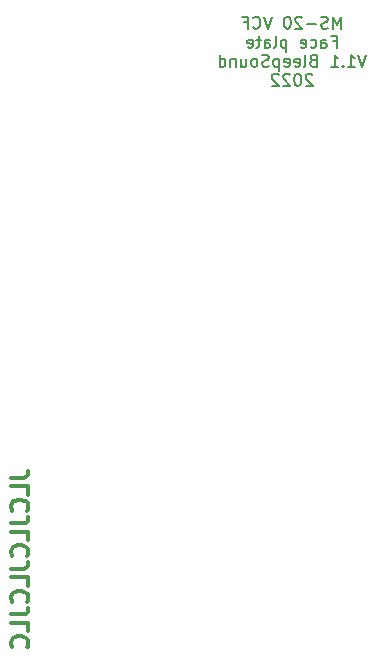
<source format=gbo>
G04 #@! TF.GenerationSoftware,KiCad,Pcbnew,6.0.9+dfsg-1~bpo11+1*
G04 #@! TF.CreationDate,2022-12-28T23:15:14+00:00*
G04 #@! TF.ProjectId,MS20-VCF,4d533230-2d56-4434-962e-6b696361645f,rev?*
G04 #@! TF.SameCoordinates,Original*
G04 #@! TF.FileFunction,Legend,Bot*
G04 #@! TF.FilePolarity,Positive*
%FSLAX46Y46*%
G04 Gerber Fmt 4.6, Leading zero omitted, Abs format (unit mm)*
G04 Created by KiCad (PCBNEW 6.0.9+dfsg-1~bpo11+1) date 2022-12-28 23:15:14*
%MOMM*%
%LPD*%
G01*
G04 APERTURE LIST*
%ADD10C,0.300000*%
%ADD11C,0.150000*%
%ADD12O,6.700000X4.200000*%
G04 APERTURE END LIST*
D10*
X104178571Y-67071428D02*
X105250000Y-67071428D01*
X105464285Y-67000000D01*
X105607142Y-66857142D01*
X105678571Y-66642857D01*
X105678571Y-66500000D01*
X105678571Y-68500000D02*
X105678571Y-67785714D01*
X104178571Y-67785714D01*
X105535714Y-69857142D02*
X105607142Y-69785714D01*
X105678571Y-69571428D01*
X105678571Y-69428571D01*
X105607142Y-69214285D01*
X105464285Y-69071428D01*
X105321428Y-69000000D01*
X105035714Y-68928571D01*
X104821428Y-68928571D01*
X104535714Y-69000000D01*
X104392857Y-69071428D01*
X104250000Y-69214285D01*
X104178571Y-69428571D01*
X104178571Y-69571428D01*
X104250000Y-69785714D01*
X104321428Y-69857142D01*
X104178571Y-70928571D02*
X105250000Y-70928571D01*
X105464285Y-70857142D01*
X105607142Y-70714285D01*
X105678571Y-70500000D01*
X105678571Y-70357142D01*
X105678571Y-72357142D02*
X105678571Y-71642857D01*
X104178571Y-71642857D01*
X105535714Y-73714285D02*
X105607142Y-73642857D01*
X105678571Y-73428571D01*
X105678571Y-73285714D01*
X105607142Y-73071428D01*
X105464285Y-72928571D01*
X105321428Y-72857142D01*
X105035714Y-72785714D01*
X104821428Y-72785714D01*
X104535714Y-72857142D01*
X104392857Y-72928571D01*
X104250000Y-73071428D01*
X104178571Y-73285714D01*
X104178571Y-73428571D01*
X104250000Y-73642857D01*
X104321428Y-73714285D01*
X104178571Y-74785714D02*
X105250000Y-74785714D01*
X105464285Y-74714285D01*
X105607142Y-74571428D01*
X105678571Y-74357142D01*
X105678571Y-74214285D01*
X105678571Y-76214285D02*
X105678571Y-75500000D01*
X104178571Y-75500000D01*
X105535714Y-77571428D02*
X105607142Y-77500000D01*
X105678571Y-77285714D01*
X105678571Y-77142857D01*
X105607142Y-76928571D01*
X105464285Y-76785714D01*
X105321428Y-76714285D01*
X105035714Y-76642857D01*
X104821428Y-76642857D01*
X104535714Y-76714285D01*
X104392857Y-76785714D01*
X104250000Y-76928571D01*
X104178571Y-77142857D01*
X104178571Y-77285714D01*
X104250000Y-77500000D01*
X104321428Y-77571428D01*
X104178571Y-78642857D02*
X105250000Y-78642857D01*
X105464285Y-78571428D01*
X105607142Y-78428571D01*
X105678571Y-78214285D01*
X105678571Y-78071428D01*
X105678571Y-80071428D02*
X105678571Y-79357142D01*
X104178571Y-79357142D01*
X105535714Y-81428571D02*
X105607142Y-81357142D01*
X105678571Y-81142857D01*
X105678571Y-81000000D01*
X105607142Y-80785714D01*
X105464285Y-80642857D01*
X105321428Y-80571428D01*
X105035714Y-80500000D01*
X104821428Y-80500000D01*
X104535714Y-80571428D01*
X104392857Y-80642857D01*
X104250000Y-80785714D01*
X104178571Y-81000000D01*
X104178571Y-81142857D01*
X104250000Y-81357142D01*
X104321428Y-81428571D01*
D11*
X132119047Y-29037380D02*
X132119047Y-28037380D01*
X131785714Y-28751666D01*
X131452380Y-28037380D01*
X131452380Y-29037380D01*
X131023809Y-28989761D02*
X130880952Y-29037380D01*
X130642857Y-29037380D01*
X130547619Y-28989761D01*
X130500000Y-28942142D01*
X130452380Y-28846904D01*
X130452380Y-28751666D01*
X130500000Y-28656428D01*
X130547619Y-28608809D01*
X130642857Y-28561190D01*
X130833333Y-28513571D01*
X130928571Y-28465952D01*
X130976190Y-28418333D01*
X131023809Y-28323095D01*
X131023809Y-28227857D01*
X130976190Y-28132619D01*
X130928571Y-28085000D01*
X130833333Y-28037380D01*
X130595238Y-28037380D01*
X130452380Y-28085000D01*
X130023809Y-28656428D02*
X129261904Y-28656428D01*
X128833333Y-28132619D02*
X128785714Y-28085000D01*
X128690476Y-28037380D01*
X128452380Y-28037380D01*
X128357142Y-28085000D01*
X128309523Y-28132619D01*
X128261904Y-28227857D01*
X128261904Y-28323095D01*
X128309523Y-28465952D01*
X128880952Y-29037380D01*
X128261904Y-29037380D01*
X127642857Y-28037380D02*
X127547619Y-28037380D01*
X127452380Y-28085000D01*
X127404761Y-28132619D01*
X127357142Y-28227857D01*
X127309523Y-28418333D01*
X127309523Y-28656428D01*
X127357142Y-28846904D01*
X127404761Y-28942142D01*
X127452380Y-28989761D01*
X127547619Y-29037380D01*
X127642857Y-29037380D01*
X127738095Y-28989761D01*
X127785714Y-28942142D01*
X127833333Y-28846904D01*
X127880952Y-28656428D01*
X127880952Y-28418333D01*
X127833333Y-28227857D01*
X127785714Y-28132619D01*
X127738095Y-28085000D01*
X127642857Y-28037380D01*
X126261904Y-28037380D02*
X125928571Y-29037380D01*
X125595238Y-28037380D01*
X124690476Y-28942142D02*
X124738095Y-28989761D01*
X124880952Y-29037380D01*
X124976190Y-29037380D01*
X125119047Y-28989761D01*
X125214285Y-28894523D01*
X125261904Y-28799285D01*
X125309523Y-28608809D01*
X125309523Y-28465952D01*
X125261904Y-28275476D01*
X125214285Y-28180238D01*
X125119047Y-28085000D01*
X124976190Y-28037380D01*
X124880952Y-28037380D01*
X124738095Y-28085000D01*
X124690476Y-28132619D01*
X123928571Y-28513571D02*
X124261904Y-28513571D01*
X124261904Y-29037380D02*
X124261904Y-28037380D01*
X123785714Y-28037380D01*
X131428571Y-30123571D02*
X131761904Y-30123571D01*
X131761904Y-30647380D02*
X131761904Y-29647380D01*
X131285714Y-29647380D01*
X130476190Y-30647380D02*
X130476190Y-30123571D01*
X130523809Y-30028333D01*
X130619047Y-29980714D01*
X130809523Y-29980714D01*
X130904761Y-30028333D01*
X130476190Y-30599761D02*
X130571428Y-30647380D01*
X130809523Y-30647380D01*
X130904761Y-30599761D01*
X130952380Y-30504523D01*
X130952380Y-30409285D01*
X130904761Y-30314047D01*
X130809523Y-30266428D01*
X130571428Y-30266428D01*
X130476190Y-30218809D01*
X129571428Y-30599761D02*
X129666666Y-30647380D01*
X129857142Y-30647380D01*
X129952380Y-30599761D01*
X130000000Y-30552142D01*
X130047619Y-30456904D01*
X130047619Y-30171190D01*
X130000000Y-30075952D01*
X129952380Y-30028333D01*
X129857142Y-29980714D01*
X129666666Y-29980714D01*
X129571428Y-30028333D01*
X128761904Y-30599761D02*
X128857142Y-30647380D01*
X129047619Y-30647380D01*
X129142857Y-30599761D01*
X129190476Y-30504523D01*
X129190476Y-30123571D01*
X129142857Y-30028333D01*
X129047619Y-29980714D01*
X128857142Y-29980714D01*
X128761904Y-30028333D01*
X128714285Y-30123571D01*
X128714285Y-30218809D01*
X129190476Y-30314047D01*
X127523809Y-29980714D02*
X127523809Y-30980714D01*
X127523809Y-30028333D02*
X127428571Y-29980714D01*
X127238095Y-29980714D01*
X127142857Y-30028333D01*
X127095238Y-30075952D01*
X127047619Y-30171190D01*
X127047619Y-30456904D01*
X127095238Y-30552142D01*
X127142857Y-30599761D01*
X127238095Y-30647380D01*
X127428571Y-30647380D01*
X127523809Y-30599761D01*
X126476190Y-30647380D02*
X126571428Y-30599761D01*
X126619047Y-30504523D01*
X126619047Y-29647380D01*
X125666666Y-30647380D02*
X125666666Y-30123571D01*
X125714285Y-30028333D01*
X125809523Y-29980714D01*
X126000000Y-29980714D01*
X126095238Y-30028333D01*
X125666666Y-30599761D02*
X125761904Y-30647380D01*
X126000000Y-30647380D01*
X126095238Y-30599761D01*
X126142857Y-30504523D01*
X126142857Y-30409285D01*
X126095238Y-30314047D01*
X126000000Y-30266428D01*
X125761904Y-30266428D01*
X125666666Y-30218809D01*
X125333333Y-29980714D02*
X124952380Y-29980714D01*
X125190476Y-29647380D02*
X125190476Y-30504523D01*
X125142857Y-30599761D01*
X125047619Y-30647380D01*
X124952380Y-30647380D01*
X124238095Y-30599761D02*
X124333333Y-30647380D01*
X124523809Y-30647380D01*
X124619047Y-30599761D01*
X124666666Y-30504523D01*
X124666666Y-30123571D01*
X124619047Y-30028333D01*
X124523809Y-29980714D01*
X124333333Y-29980714D01*
X124238095Y-30028333D01*
X124190476Y-30123571D01*
X124190476Y-30218809D01*
X124666666Y-30314047D01*
X134261904Y-31257380D02*
X133928571Y-32257380D01*
X133595238Y-31257380D01*
X132738095Y-32257380D02*
X133309523Y-32257380D01*
X133023809Y-32257380D02*
X133023809Y-31257380D01*
X133119047Y-31400238D01*
X133214285Y-31495476D01*
X133309523Y-31543095D01*
X132309523Y-32162142D02*
X132261904Y-32209761D01*
X132309523Y-32257380D01*
X132357142Y-32209761D01*
X132309523Y-32162142D01*
X132309523Y-32257380D01*
X131309523Y-32257380D02*
X131880952Y-32257380D01*
X131595238Y-32257380D02*
X131595238Y-31257380D01*
X131690476Y-31400238D01*
X131785714Y-31495476D01*
X131880952Y-31543095D01*
X129785714Y-31733571D02*
X129642857Y-31781190D01*
X129595238Y-31828809D01*
X129547619Y-31924047D01*
X129547619Y-32066904D01*
X129595238Y-32162142D01*
X129642857Y-32209761D01*
X129738095Y-32257380D01*
X130119047Y-32257380D01*
X130119047Y-31257380D01*
X129785714Y-31257380D01*
X129690476Y-31305000D01*
X129642857Y-31352619D01*
X129595238Y-31447857D01*
X129595238Y-31543095D01*
X129642857Y-31638333D01*
X129690476Y-31685952D01*
X129785714Y-31733571D01*
X130119047Y-31733571D01*
X128976190Y-32257380D02*
X129071428Y-32209761D01*
X129119047Y-32114523D01*
X129119047Y-31257380D01*
X128214285Y-32209761D02*
X128309523Y-32257380D01*
X128500000Y-32257380D01*
X128595238Y-32209761D01*
X128642857Y-32114523D01*
X128642857Y-31733571D01*
X128595238Y-31638333D01*
X128500000Y-31590714D01*
X128309523Y-31590714D01*
X128214285Y-31638333D01*
X128166666Y-31733571D01*
X128166666Y-31828809D01*
X128642857Y-31924047D01*
X127357142Y-32209761D02*
X127452380Y-32257380D01*
X127642857Y-32257380D01*
X127738095Y-32209761D01*
X127785714Y-32114523D01*
X127785714Y-31733571D01*
X127738095Y-31638333D01*
X127642857Y-31590714D01*
X127452380Y-31590714D01*
X127357142Y-31638333D01*
X127309523Y-31733571D01*
X127309523Y-31828809D01*
X127785714Y-31924047D01*
X126880952Y-31590714D02*
X126880952Y-32590714D01*
X126880952Y-31638333D02*
X126785714Y-31590714D01*
X126595238Y-31590714D01*
X126500000Y-31638333D01*
X126452380Y-31685952D01*
X126404761Y-31781190D01*
X126404761Y-32066904D01*
X126452380Y-32162142D01*
X126500000Y-32209761D01*
X126595238Y-32257380D01*
X126785714Y-32257380D01*
X126880952Y-32209761D01*
X126023809Y-32209761D02*
X125880952Y-32257380D01*
X125642857Y-32257380D01*
X125547619Y-32209761D01*
X125500000Y-32162142D01*
X125452380Y-32066904D01*
X125452380Y-31971666D01*
X125500000Y-31876428D01*
X125547619Y-31828809D01*
X125642857Y-31781190D01*
X125833333Y-31733571D01*
X125928571Y-31685952D01*
X125976190Y-31638333D01*
X126023809Y-31543095D01*
X126023809Y-31447857D01*
X125976190Y-31352619D01*
X125928571Y-31305000D01*
X125833333Y-31257380D01*
X125595238Y-31257380D01*
X125452380Y-31305000D01*
X124880952Y-32257380D02*
X124976190Y-32209761D01*
X125023809Y-32162142D01*
X125071428Y-32066904D01*
X125071428Y-31781190D01*
X125023809Y-31685952D01*
X124976190Y-31638333D01*
X124880952Y-31590714D01*
X124738095Y-31590714D01*
X124642857Y-31638333D01*
X124595238Y-31685952D01*
X124547619Y-31781190D01*
X124547619Y-32066904D01*
X124595238Y-32162142D01*
X124642857Y-32209761D01*
X124738095Y-32257380D01*
X124880952Y-32257380D01*
X123690476Y-31590714D02*
X123690476Y-32257380D01*
X124119047Y-31590714D02*
X124119047Y-32114523D01*
X124071428Y-32209761D01*
X123976190Y-32257380D01*
X123833333Y-32257380D01*
X123738095Y-32209761D01*
X123690476Y-32162142D01*
X123214285Y-31590714D02*
X123214285Y-32257380D01*
X123214285Y-31685952D02*
X123166666Y-31638333D01*
X123071428Y-31590714D01*
X122928571Y-31590714D01*
X122833333Y-31638333D01*
X122785714Y-31733571D01*
X122785714Y-32257380D01*
X121880952Y-32257380D02*
X121880952Y-31257380D01*
X121880952Y-32209761D02*
X121976190Y-32257380D01*
X122166666Y-32257380D01*
X122261904Y-32209761D01*
X122309523Y-32162142D01*
X122357142Y-32066904D01*
X122357142Y-31781190D01*
X122309523Y-31685952D01*
X122261904Y-31638333D01*
X122166666Y-31590714D01*
X121976190Y-31590714D01*
X121880952Y-31638333D01*
X129714285Y-32962619D02*
X129666666Y-32915000D01*
X129571428Y-32867380D01*
X129333333Y-32867380D01*
X129238095Y-32915000D01*
X129190476Y-32962619D01*
X129142857Y-33057857D01*
X129142857Y-33153095D01*
X129190476Y-33295952D01*
X129761904Y-33867380D01*
X129142857Y-33867380D01*
X128523809Y-32867380D02*
X128428571Y-32867380D01*
X128333333Y-32915000D01*
X128285714Y-32962619D01*
X128238095Y-33057857D01*
X128190476Y-33248333D01*
X128190476Y-33486428D01*
X128238095Y-33676904D01*
X128285714Y-33772142D01*
X128333333Y-33819761D01*
X128428571Y-33867380D01*
X128523809Y-33867380D01*
X128619047Y-33819761D01*
X128666666Y-33772142D01*
X128714285Y-33676904D01*
X128761904Y-33486428D01*
X128761904Y-33248333D01*
X128714285Y-33057857D01*
X128666666Y-32962619D01*
X128619047Y-32915000D01*
X128523809Y-32867380D01*
X127809523Y-32962619D02*
X127761904Y-32915000D01*
X127666666Y-32867380D01*
X127428571Y-32867380D01*
X127333333Y-32915000D01*
X127285714Y-32962619D01*
X127238095Y-33057857D01*
X127238095Y-33153095D01*
X127285714Y-33295952D01*
X127857142Y-33867380D01*
X127238095Y-33867380D01*
X126857142Y-32962619D02*
X126809523Y-32915000D01*
X126714285Y-32867380D01*
X126476190Y-32867380D01*
X126380952Y-32915000D01*
X126333333Y-32962619D01*
X126285714Y-33057857D01*
X126285714Y-33153095D01*
X126333333Y-33295952D01*
X126904761Y-33867380D01*
X126285714Y-33867380D01*
%LPC*%
D12*
X111000000Y-30000000D03*
X145000000Y-30000000D03*
X145000000Y-152500000D03*
X111000000Y-152500000D03*
M02*

</source>
